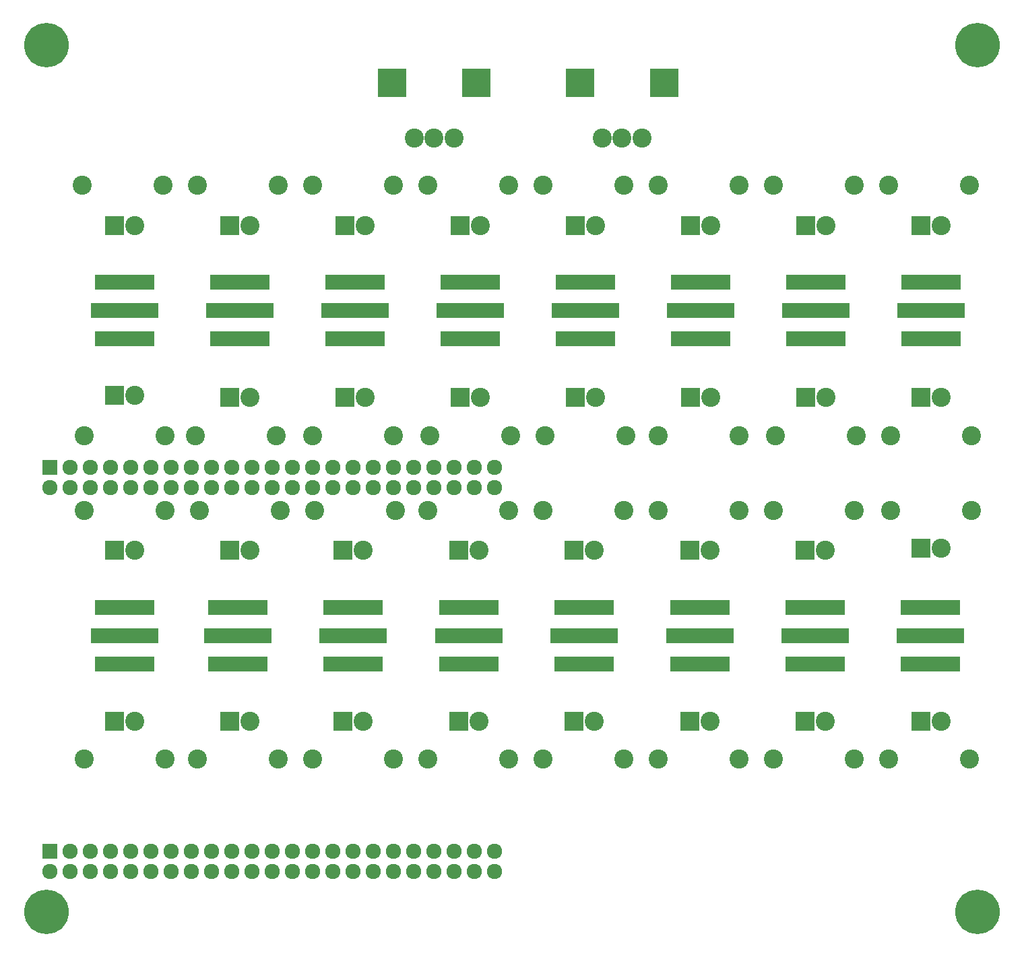
<source format=gbr>
G04 #@! TF.FileFunction,Soldermask,Bot*
%FSLAX46Y46*%
G04 Gerber Fmt 4.6, Leading zero omitted, Abs format (unit mm)*
G04 Created by KiCad (PCBNEW 0.201508280901+6131~28~ubuntu14.04.1-product) date Tue 20 Oct 2015 04:27:25 PM COT*
%MOMM*%
G01*
G04 APERTURE LIST*
%ADD10C,0.100000*%
%ADD11R,1.924000X1.924000*%
%ADD12C,1.924000*%
%ADD13C,2.398980*%
%ADD14R,7.530000X1.900000*%
%ADD15R,8.550000X1.900000*%
%ADD16R,2.400000X2.400000*%
%ADD17C,2.400000*%
%ADD18R,3.600000X3.600000*%
%ADD19C,5.600000*%
G04 APERTURE END LIST*
D10*
D11*
X88435000Y-142415000D03*
D12*
X88435000Y-144955000D03*
X90975000Y-142415000D03*
X90975000Y-144955000D03*
X93515000Y-142415000D03*
X93515000Y-144955000D03*
X96055000Y-142415000D03*
X96055000Y-144955000D03*
X98595000Y-142415000D03*
X98595000Y-144955000D03*
X101135000Y-142415000D03*
X101135000Y-144955000D03*
X103675000Y-142415000D03*
X103675000Y-144955000D03*
X106215000Y-142415000D03*
X106215000Y-144955000D03*
X108755000Y-142415000D03*
X108755000Y-144955000D03*
X111295000Y-142415000D03*
X111295000Y-144955000D03*
X113835000Y-142415000D03*
X113835000Y-144955000D03*
X116375000Y-142415000D03*
X116375000Y-144955000D03*
X118915000Y-142415000D03*
X118915000Y-144955000D03*
X121455000Y-142415000D03*
X121455000Y-144955000D03*
X123995000Y-142415000D03*
X123995000Y-144955000D03*
X126535000Y-142415000D03*
X126535000Y-144955000D03*
X129075000Y-142415000D03*
X129075000Y-144955000D03*
X131615000Y-142415000D03*
X131615000Y-144955000D03*
X134155000Y-142415000D03*
X134155000Y-144955000D03*
X136695000Y-142415000D03*
X136695000Y-144955000D03*
X139235000Y-142415000D03*
X139235000Y-144955000D03*
X141775000Y-142415000D03*
X141775000Y-144955000D03*
X144315000Y-142415000D03*
X144315000Y-144955000D03*
X88435000Y-96695000D03*
X90975000Y-94155000D03*
X90975000Y-96695000D03*
X93515000Y-94155000D03*
X93515000Y-96695000D03*
X96055000Y-94155000D03*
X96055000Y-96695000D03*
X98595000Y-94155000D03*
X98595000Y-96695000D03*
X101135000Y-94155000D03*
X101135000Y-96695000D03*
X103675000Y-94155000D03*
X103675000Y-96695000D03*
X106215000Y-94155000D03*
X106215000Y-96695000D03*
X108755000Y-94155000D03*
X108755000Y-96695000D03*
X111295000Y-94155000D03*
X111295000Y-96695000D03*
X113835000Y-94155000D03*
X113835000Y-96695000D03*
X116375000Y-94155000D03*
X116375000Y-96695000D03*
X118915000Y-94155000D03*
X118915000Y-96695000D03*
X121455000Y-94155000D03*
X121455000Y-96695000D03*
X123995000Y-94155000D03*
X123995000Y-96695000D03*
X126535000Y-94155000D03*
X126535000Y-96695000D03*
X129075000Y-94155000D03*
X129075000Y-96695000D03*
X131615000Y-94155000D03*
X131615000Y-96695000D03*
X134155000Y-94155000D03*
X134155000Y-96695000D03*
X136695000Y-94155000D03*
X136695000Y-96695000D03*
X139235000Y-94155000D03*
X139235000Y-96695000D03*
X141775000Y-94155000D03*
X141775000Y-96695000D03*
X144315000Y-94155000D03*
X144315000Y-96695000D03*
D11*
X88435000Y-94155000D03*
D13*
X102888000Y-130780000D03*
X92728000Y-130780000D03*
X117112000Y-130780000D03*
X106952000Y-130780000D03*
X131590000Y-130780000D03*
X121430000Y-130780000D03*
X146068000Y-130780000D03*
X135908000Y-130780000D03*
X160546000Y-130780000D03*
X150386000Y-130780000D03*
X175024000Y-130780000D03*
X164864000Y-130780000D03*
X179342000Y-130780000D03*
X189502000Y-130780000D03*
X193820000Y-130780000D03*
X203980000Y-130780000D03*
X102888000Y-99538000D03*
X92728000Y-99538000D03*
X107206000Y-99538000D03*
X117366000Y-99538000D03*
X121684000Y-99538000D03*
X131844000Y-99538000D03*
X135908000Y-99538000D03*
X146068000Y-99538000D03*
X150386000Y-99538000D03*
X160546000Y-99538000D03*
X164864000Y-99538000D03*
X175024000Y-99538000D03*
X179342000Y-99538000D03*
X189502000Y-99538000D03*
X194074000Y-99538000D03*
X204234000Y-99538000D03*
X92728000Y-90140000D03*
X102888000Y-90140000D03*
X106698000Y-90140000D03*
X116858000Y-90140000D03*
X121430000Y-90140000D03*
X131590000Y-90140000D03*
X136162000Y-90140000D03*
X146322000Y-90140000D03*
X160800000Y-90140000D03*
X150640000Y-90140000D03*
X175024000Y-90140000D03*
X164864000Y-90140000D03*
X189756000Y-90140000D03*
X179596000Y-90140000D03*
X204234000Y-90140000D03*
X194074000Y-90140000D03*
X92474000Y-58644000D03*
X102634000Y-58644000D03*
X106952000Y-58644000D03*
X117112000Y-58644000D03*
X121430000Y-58644000D03*
X131590000Y-58644000D03*
X135908000Y-58644000D03*
X146068000Y-58644000D03*
X160546000Y-58644000D03*
X150386000Y-58644000D03*
X164864000Y-58644000D03*
X175024000Y-58644000D03*
X179342000Y-58644000D03*
X189502000Y-58644000D03*
X193820000Y-58644000D03*
X203980000Y-58644000D03*
D14*
X97808000Y-111726000D03*
X97808000Y-118846000D03*
D15*
X97808000Y-115286000D03*
D14*
X112004000Y-111718000D03*
X112004000Y-118838000D03*
D15*
X112004000Y-115278000D03*
D14*
X126520000Y-111718000D03*
X126520000Y-118838000D03*
D15*
X126520000Y-115278000D03*
D14*
X141036000Y-118838000D03*
X141036000Y-111718000D03*
D15*
X141036000Y-115278000D03*
D14*
X155552000Y-111718000D03*
X155552000Y-118838000D03*
D15*
X155552000Y-115278000D03*
D14*
X170068000Y-118838000D03*
X170068000Y-111718000D03*
D15*
X170068000Y-115278000D03*
D14*
X184584000Y-111718000D03*
X184584000Y-118838000D03*
D15*
X184584000Y-115278000D03*
D14*
X199100000Y-118838000D03*
X199100000Y-111718000D03*
D15*
X199100000Y-115278000D03*
D14*
X97808000Y-70832000D03*
X97808000Y-77952000D03*
D15*
X97808000Y-74392000D03*
D14*
X112286000Y-70832000D03*
X112286000Y-77952000D03*
D15*
X112286000Y-74392000D03*
D14*
X126764000Y-70832000D03*
X126764000Y-77952000D03*
D15*
X126764000Y-74392000D03*
D14*
X141242000Y-70832000D03*
X141242000Y-77952000D03*
D15*
X141242000Y-74392000D03*
D14*
X155720000Y-70832000D03*
X155720000Y-77952000D03*
D15*
X155720000Y-74392000D03*
D14*
X170198000Y-70832000D03*
X170198000Y-77952000D03*
D15*
X170198000Y-74392000D03*
D14*
X184676000Y-70832000D03*
X184676000Y-77952000D03*
D15*
X184676000Y-74392000D03*
D14*
X199154000Y-70832000D03*
X199154000Y-77952000D03*
D15*
X199154000Y-74392000D03*
D16*
X96492000Y-126028000D03*
D17*
X99032000Y-126028000D03*
D16*
X111008000Y-126028000D03*
D17*
X113548000Y-126028000D03*
D16*
X125270000Y-126028000D03*
D17*
X127810000Y-126028000D03*
D16*
X139786000Y-126028000D03*
D17*
X142326000Y-126028000D03*
D16*
X154302000Y-126028000D03*
D17*
X156842000Y-126028000D03*
D16*
X168818000Y-126028000D03*
D17*
X171358000Y-126028000D03*
D16*
X183334000Y-126028000D03*
D17*
X185874000Y-126028000D03*
D16*
X197850000Y-126028000D03*
D17*
X200390000Y-126028000D03*
D16*
X96538000Y-85060000D03*
D17*
X99078000Y-85060000D03*
D16*
X111016000Y-85314000D03*
D17*
X113556000Y-85314000D03*
D16*
X125494000Y-85314000D03*
D17*
X128034000Y-85314000D03*
D16*
X139972000Y-85314000D03*
D17*
X142512000Y-85314000D03*
D16*
X154450000Y-85314000D03*
D17*
X156990000Y-85314000D03*
D16*
X168928000Y-85314000D03*
D17*
X171468000Y-85314000D03*
D16*
X183406000Y-85314000D03*
D17*
X185946000Y-85314000D03*
D16*
X197884000Y-85314000D03*
D17*
X200424000Y-85314000D03*
D16*
X96492000Y-104528000D03*
D17*
X99032000Y-104528000D03*
D16*
X111008000Y-104528000D03*
D17*
X113548000Y-104528000D03*
D16*
X125270000Y-104528000D03*
D17*
X127810000Y-104528000D03*
D16*
X139786000Y-104528000D03*
D17*
X142326000Y-104528000D03*
D16*
X154302000Y-104528000D03*
D17*
X156842000Y-104528000D03*
D16*
X168818000Y-104528000D03*
D17*
X171358000Y-104528000D03*
D16*
X183334000Y-104528000D03*
D17*
X185874000Y-104528000D03*
D16*
X197850000Y-104278000D03*
D17*
X200390000Y-104278000D03*
D16*
X96538000Y-63724000D03*
D17*
X99078000Y-63724000D03*
D16*
X111016000Y-63724000D03*
D17*
X113556000Y-63724000D03*
D16*
X125494000Y-63724000D03*
D17*
X128034000Y-63724000D03*
D16*
X139972000Y-63724000D03*
D17*
X142512000Y-63724000D03*
D16*
X154450000Y-63724000D03*
D17*
X156990000Y-63724000D03*
D16*
X168928000Y-63724000D03*
D17*
X171468000Y-63724000D03*
D16*
X183406000Y-63724000D03*
D17*
X185946000Y-63724000D03*
D16*
X197884000Y-63724000D03*
D17*
X200424000Y-63724000D03*
D18*
X141970000Y-45750000D03*
D17*
X139170000Y-52750000D03*
X136670000Y-52750000D03*
X134170000Y-52750000D03*
D18*
X131370000Y-45750000D03*
X165592000Y-45750000D03*
D17*
X162792000Y-52750000D03*
X160292000Y-52750000D03*
X157792000Y-52750000D03*
D18*
X154992000Y-45750000D03*
D19*
X205000000Y-150000000D03*
X88000000Y-41000000D03*
X205000000Y-41000000D03*
X88000000Y-150000000D03*
M02*

</source>
